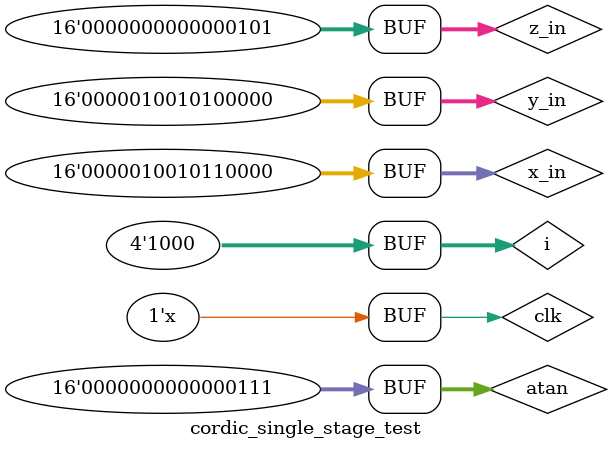
<source format=v>
`timescale 1ns / 1ps


module cordic_single_stage_test;

	// Inputs
	reg clk;
	reg [15:0] x_in;
	reg [15:0] y_in;
	reg [15:0] z_in;
	reg [3:0] i;
	reg [15:0] atan;

	// Outputs
	wire [15:0] x_out;
	wire [15:0] y_out;
	wire [15:0] z_out;

	// Instantiate the Unit Under Test (UUT)
	cordic_single_stage uut (
		.clk(clk), 
		.x_in(x_in), 
		.y_in(y_in), 
		.z_in(z_in), 
		.i(i), 
		.atan(atan), 
		.x_out(x_out), 
		.y_out(y_out), 
		.z_out(z_out)
	);

	always #20 clk = ~clk;

	initial begin
		// Initialize Inputs
		clk = 0;
		x_in = 16'b000001_0000000000;
		y_in = 16'b0;
		z_in = 16'b000000_1100100100; // pi / 4
		i = 0;
		atan = 16'b000000_1100100100;

		// Wait 100 ns for global reset to finish
		#40;
		
		// Initialize Inputs
		x_in = 16'b000001_0000000000;
		y_in = 16'b000001_0000000000;
		z_in = 16'b0;
		i = 1;
		atan = 16'b000000_0111011010;


		// Wait 100 ns for global reset to finish
		#40;
		
		// Initialize Inputs
		x_in = 16'b000000_1000000000;
		y_in = 16'b000001_1000000000;
		z_in = 16'b111111_1000100110;
		i = 2;
		atan = 16'b000000_0011111010;
		
		// Wait 100 ns for global reset to finish
		#40;
		
		// Initialize Inputs
		x_in = 16'b000000_0001110000000;
		y_in = 16'b000000_0010110000000;
		z_in = 16'b111111_1111100100000;
		i = 3;
		atan = 16'b000000_0001111111;
		
		// Wait 100 ns for global reset to finish
		#40;
		
		// Initialize Inputs
		x_in = 16'b000001_0010110000;
		y_in = 16'b000001_0010100000;
		z_in = 16'b000000_0000000101;
		i = 8;
		atan = 16'b000000_0000000111;
        
		// Add stimulus here

	end
      
endmodule


</source>
